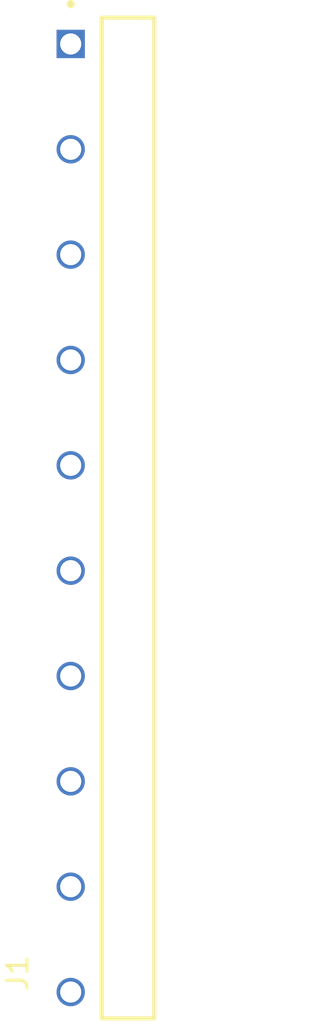
<source format=kicad_pcb>
(kicad_pcb (version 20241229) (generator "pcbnew") (generator_version "9.0")
  (layers (0 "F.Cu" signal) (2 "B.Cu" signal) (13 "F.Paste" user) (15 "B.Paste" user) (5 "F.SilkS" user "F.Silkscreen") (7 "B.SilkS" user "B.Silkscreen") (1 "F.Mask" user) (3 "B.Mask" user) (25 "Edge.Cuts" user))
  (net 0 "")
  (footprint "spencer-connectors:SAMTEC_HTSW-210-08-T-S-RA" (layer "F.Cu") (at 84.77 84.86 90)
    (property "Reference" "J1" (at -21.955 -5.34 90) (layer "F.SilkS"))
    (property "Value" "HTSW-210-08-T-S-RA")
    (fp_line (start 24.13 -1.27) (end -24.13 -1.27) (stroke (width 0.2)) (layer "F.SilkS"))
    (fp_line (start 24.13 -1.27) (end 24.13 1.27) (stroke (width 0.2)) (layer "F.SilkS"))
    (fp_line (start 24.13 1.27) (end -24.13 1.27) (stroke (width 0.2)) (layer "F.SilkS"))
    (fp_line (start -24.13 1.27) (end -24.13 -1.27) (stroke (width 0.2)) (layer "F.SilkS"))
    (fp_circle (center 24.78 -2.77) (end 24.88 -2.77) (stroke (width 0.2)) (fill no) (layer "F.SilkS"))
    (pad "01" thru_hole rect (at 22.86 -2.77 90) (size 1.37 1.37) (drill 1.02) (layers "*.Cu" "*.Mask"))
    (pad "02" thru_hole circle (at 17.78 -2.77 90) (size 1.37 1.37) (drill 1.02) (layers "*.Cu" "*.Mask"))
    (pad "03" thru_hole circle (at 12.7 -2.77 90) (size 1.37 1.37) (drill 1.02) (layers "*.Cu" "*.Mask"))
    (pad "04" thru_hole circle (at 7.62 -2.77 90) (size 1.37 1.37) (drill 1.02) (layers "*.Cu" "*.Mask"))
    (pad "05" thru_hole circle (at 2.54 -2.77 90) (size 1.37 1.37) (drill 1.02) (layers "*.Cu" "*.Mask"))
    (pad "06" thru_hole circle (at -2.54 -2.77 90) (size 1.37 1.37) (drill 1.02) (layers "*.Cu" "*.Mask"))
    (pad "07" thru_hole circle (at -7.62 -2.77 90) (size 1.37 1.37) (drill 1.02) (layers "*.Cu" "*.Mask"))
    (pad "08" thru_hole circle (at -12.7 -2.77 90) (size 1.37 1.37) (drill 1.02) (layers "*.Cu" "*.Mask"))
    (pad "09" thru_hole circle (at -17.78 -2.77 90) (size 1.37 1.37) (drill 1.02) (layers "*.Cu" "*.Mask"))
    (pad "10" thru_hole circle (at -22.86 -2.77 90) (size 1.37 1.37) (drill 1.02) (layers "*.Cu" "*.Mask"))
  )
)
</source>
